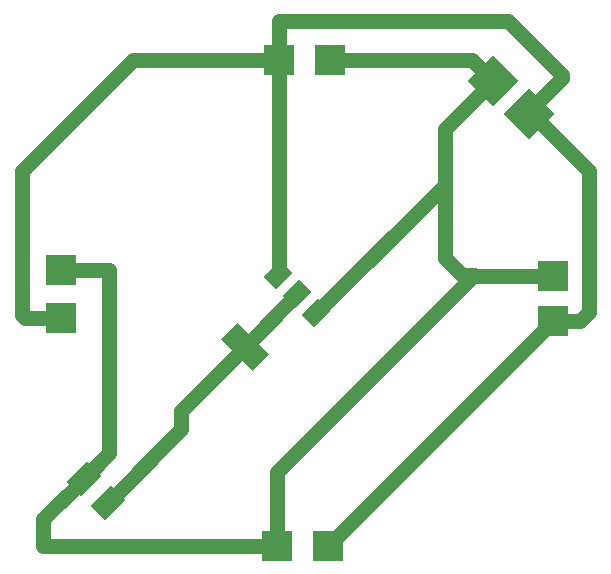
<source format=gbr>
%TF.GenerationSoftware,KiCad,Pcbnew,(6.0.0-0)*%
%TF.CreationDate,2022-06-28T12:19:13-04:00*%
%TF.ProjectId,PDBv3,50444276-332e-46b6-9963-61645f706362,rev?*%
%TF.SameCoordinates,Original*%
%TF.FileFunction,Copper,L1,Top*%
%TF.FilePolarity,Positive*%
%FSLAX46Y46*%
G04 Gerber Fmt 4.6, Leading zero omitted, Abs format (unit mm)*
G04 Created by KiCad (PCBNEW (6.0.0-0)) date 2022-06-28 12:19:13*
%MOMM*%
%LPD*%
G01*
G04 APERTURE LIST*
G04 Aperture macros list*
%AMRotRect*
0 Rectangle, with rotation*
0 The origin of the aperture is its center*
0 $1 length*
0 $2 width*
0 $3 Rotation angle, in degrees counterclockwise*
0 Add horizontal line*
21,1,$1,$2,0,0,$3*%
G04 Aperture macros list end*
%TA.AperFunction,SMDPad,CuDef*%
%ADD10R,2.500000X2.500000*%
%TD*%
%TA.AperFunction,SMDPad,CuDef*%
%ADD11RotRect,2.000000X1.500000X225.000000*%
%TD*%
%TA.AperFunction,SMDPad,CuDef*%
%ADD12RotRect,2.000000X3.800000X225.000000*%
%TD*%
%TA.AperFunction,SMDPad,CuDef*%
%ADD13RotRect,3.000000X3.000000X45.000000*%
%TD*%
%TA.AperFunction,SMDPad,CuDef*%
%ADD14RotRect,2.500000X1.700000X225.000000*%
%TD*%
%TA.AperFunction,Conductor*%
%ADD15C,1.250000*%
%TD*%
%TA.AperFunction,Conductor*%
%ADD16C,0.250000*%
%TD*%
G04 APERTURE END LIST*
D10*
%TO.P,J12,1,Pin_1*%
%TO.N,11.1V*%
X242062000Y-108712000D03*
%TD*%
D11*
%TO.P,U1,1,GND*%
%TO.N,GND*%
X222039732Y-108110959D03*
%TO.P,U1,3,VI*%
%TO.N,11.1V*%
X218787041Y-104858268D03*
%TO.P,U1,2,VO*%
%TO.N,5V*%
X220413386Y-106484614D03*
D12*
X215958614Y-110939386D03*
%TD*%
D10*
%TO.P,J11,1,Pin_1*%
%TO.N,GND*%
X242062000Y-104902000D03*
%TD*%
%TO.P,J10,1,Pin_1*%
%TO.N,11.1V*%
X223012000Y-127762000D03*
%TD*%
D13*
%TO.P,J9,1,Pin_1*%
%TO.N,GND*%
X236982000Y-88392000D03*
%TD*%
%TO.P,J8,1,Pin_1*%
%TO.N,11.1V*%
X240030000Y-91186000D03*
%TD*%
D10*
%TO.P,J7,1,Pin_1*%
%TO.N,GND*%
X200406000Y-104394000D03*
%TD*%
%TO.P,J6,1,Pin_1*%
%TO.N,11.1V*%
X200406000Y-108458000D03*
%TD*%
%TO.P,J5,1,Pin_1*%
%TO.N,GND*%
X218694000Y-127762000D03*
%TD*%
D14*
%TO.P,J4,1,Pin_1*%
%TO.N,GND*%
X202321701Y-122107010D03*
%TD*%
%TO.P,J3,1,Pin_1*%
%TO.N,5V*%
X204353701Y-124139010D03*
%TD*%
D10*
%TO.P,J2,1,Pin_1*%
%TO.N,GND*%
X223216000Y-86628000D03*
%TD*%
%TO.P,J1,1,Pin_1*%
%TO.N,11.1V*%
X218898000Y-86628000D03*
%TD*%
D15*
%TO.N,GND*%
X198882000Y-125546711D02*
X198882000Y-127762000D01*
X202321701Y-122107010D02*
X198882000Y-125546711D01*
X198882000Y-127762000D02*
X218694000Y-127762000D01*
X242062000Y-104902000D02*
X235458000Y-104902000D01*
D16*
X235458000Y-104902000D02*
X235408000Y-104852000D01*
D15*
%TO.N,11.1V*%
X242062000Y-108712000D02*
X223012000Y-127762000D01*
X240030000Y-90932000D02*
X245110000Y-96012000D01*
X245110000Y-96012000D02*
X245110000Y-107950000D01*
X245110000Y-107950000D02*
X244348000Y-108712000D01*
X244348000Y-108712000D02*
X242062000Y-108712000D01*
X197104000Y-96012000D02*
X197104000Y-108204000D01*
X206488000Y-86628000D02*
X197104000Y-96012000D01*
X197104000Y-108204000D02*
X197358000Y-108458000D01*
X197358000Y-108458000D02*
X200406000Y-108458000D01*
%TO.N,GND*%
X200406000Y-104394000D02*
X204470000Y-104394000D01*
X204470000Y-104394000D02*
X204470000Y-119958711D01*
X204470000Y-119958711D02*
X202321701Y-122107010D01*
D16*
%TO.N,11.1V*%
X218898000Y-83362000D02*
X218948000Y-83312000D01*
D15*
X218898000Y-86628000D02*
X218898000Y-83362000D01*
X222250000Y-83312000D02*
X222758000Y-83312000D01*
X222758000Y-83312000D02*
X238252000Y-83312000D01*
X218948000Y-83312000D02*
X222758000Y-83312000D01*
%TO.N,GND*%
X223216000Y-86628000D02*
X235218000Y-86628000D01*
X234492000Y-104852000D02*
X235408000Y-104852000D01*
X218694000Y-127762000D02*
X218694000Y-121566000D01*
X218694000Y-121566000D02*
X235408000Y-104852000D01*
X232918000Y-92456000D02*
X232918000Y-96266000D01*
D16*
X232918000Y-97232691D02*
X232918000Y-96266000D01*
D15*
X232918000Y-96266000D02*
X232918000Y-98044000D01*
X222039732Y-108110959D02*
X232918000Y-97232691D01*
X232918000Y-98044000D02*
X232918000Y-103378000D01*
X236982000Y-88392000D02*
X232918000Y-92456000D01*
X232918000Y-103378000D02*
X234442000Y-104902000D01*
X234442000Y-104902000D02*
X234492000Y-104852000D01*
X235218000Y-86628000D02*
X236982000Y-88392000D01*
%TO.N,5V*%
X215958614Y-110939386D02*
X210566000Y-116332000D01*
X210566000Y-116332000D02*
X210566000Y-117926711D01*
X210566000Y-117926711D02*
X204353701Y-124139010D01*
X215958614Y-110939386D02*
X220413386Y-106484614D01*
%TO.N,11.1V*%
X218898000Y-86628000D02*
X218898000Y-104747309D01*
D16*
X218898000Y-104747309D02*
X218787041Y-104858268D01*
X242824000Y-87884000D02*
X242824000Y-88138000D01*
X218898000Y-86628000D02*
X218934000Y-86628000D01*
D15*
X238252000Y-83312000D02*
X242824000Y-87884000D01*
X242824000Y-88138000D02*
X240030000Y-90932000D01*
X206488000Y-86628000D02*
X218898000Y-86628000D01*
%TD*%
M02*

</source>
